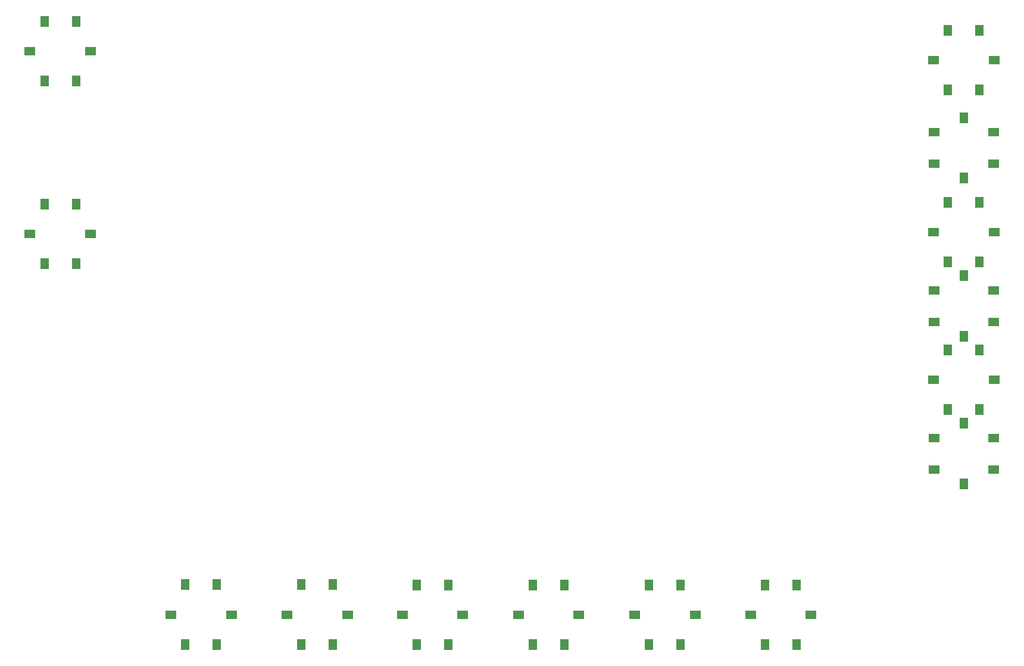
<source format=gtp>
G04 #@! TF.GenerationSoftware,KiCad,Pcbnew,9.0.0*
G04 #@! TF.CreationDate,2025-03-19T22:07:30+07:00*
G04 #@! TF.ProjectId,USB_Screen_V0,5553425f-5363-4726-9565-6e5f56302e6b,rev?*
G04 #@! TF.SameCoordinates,PX3f8d880PY80f7230*
G04 #@! TF.FileFunction,Paste,Top*
G04 #@! TF.FilePolarity,Positive*
%FSLAX46Y46*%
G04 Gerber Fmt 4.6, Leading zero omitted, Abs format (unit mm)*
G04 Created by KiCad (PCBNEW 9.0.0) date 2025-03-19 22:07:30*
%MOMM*%
%LPD*%
G01*
G04 APERTURE LIST*
%ADD10R,1.200000X1.500000*%
%ADD11R,1.600000X1.200000*%
%ADD12R,1.500000X1.200000*%
%ADD13R,1.200000X1.600000*%
G04 APERTURE END LIST*
D10*
X139710000Y87647500D03*
X139710000Y96147500D03*
X144210000Y87647500D03*
X144210000Y96147500D03*
D11*
X146260000Y91897500D03*
X137660000Y91897500D03*
D12*
X146210000Y54647500D03*
X137710000Y54647500D03*
X146210000Y59147500D03*
X137710000Y59147500D03*
D13*
X141960000Y61197500D03*
X141960000Y52597500D03*
D10*
X64160000Y8719999D03*
X64160000Y17219999D03*
X68660000Y8719999D03*
X68660000Y17219999D03*
D11*
X70710000Y12969999D03*
X62110000Y12969999D03*
D10*
X11210000Y62897500D03*
X11210000Y71397500D03*
X15710000Y62897500D03*
X15710000Y71397500D03*
D11*
X17760000Y67147500D03*
X9160000Y67147500D03*
D10*
X97195000Y8689999D03*
X97195000Y17189999D03*
X101695000Y8689999D03*
X101695000Y17189999D03*
D11*
X103745000Y12939999D03*
X95145000Y12939999D03*
D12*
X146210000Y33647500D03*
X137710000Y33647500D03*
X146210000Y38147500D03*
X137710000Y38147500D03*
D13*
X141960000Y40197500D03*
X141960000Y31597500D03*
D10*
X31250000Y8750000D03*
X31250000Y17250000D03*
X35750000Y8750000D03*
X35750000Y17250000D03*
D11*
X37800000Y13000000D03*
X29200000Y13000000D03*
D12*
X146210000Y77147500D03*
X137710000Y77147500D03*
X146210000Y81647500D03*
X137710000Y81647500D03*
D13*
X141960000Y83697500D03*
X141960000Y75097500D03*
D10*
X113695000Y8689999D03*
X113695000Y17189999D03*
X118195000Y8689999D03*
X118195000Y17189999D03*
D11*
X120245000Y12939999D03*
X111645000Y12939999D03*
D10*
X139710000Y63147500D03*
X139710000Y71647500D03*
X144210000Y63147500D03*
X144210000Y71647500D03*
D11*
X146260000Y67397500D03*
X137660000Y67397500D03*
D10*
X139710000Y42147500D03*
X139710000Y50647500D03*
X144210000Y42147500D03*
X144210000Y50647500D03*
D11*
X146260000Y46397500D03*
X137660000Y46397500D03*
D10*
X80660000Y8719999D03*
X80660000Y17219999D03*
X85160000Y8719999D03*
X85160000Y17219999D03*
D11*
X87210000Y12969999D03*
X78610000Y12969999D03*
D10*
X47750000Y8750000D03*
X47750000Y17250000D03*
X52250000Y8750000D03*
X52250000Y17250000D03*
D11*
X54300000Y13000000D03*
X45700000Y13000000D03*
D10*
X11210000Y88897500D03*
X11210000Y97397500D03*
X15710000Y88897500D03*
X15710000Y97397500D03*
D11*
X17760000Y93147500D03*
X9160000Y93147500D03*
M02*

</source>
